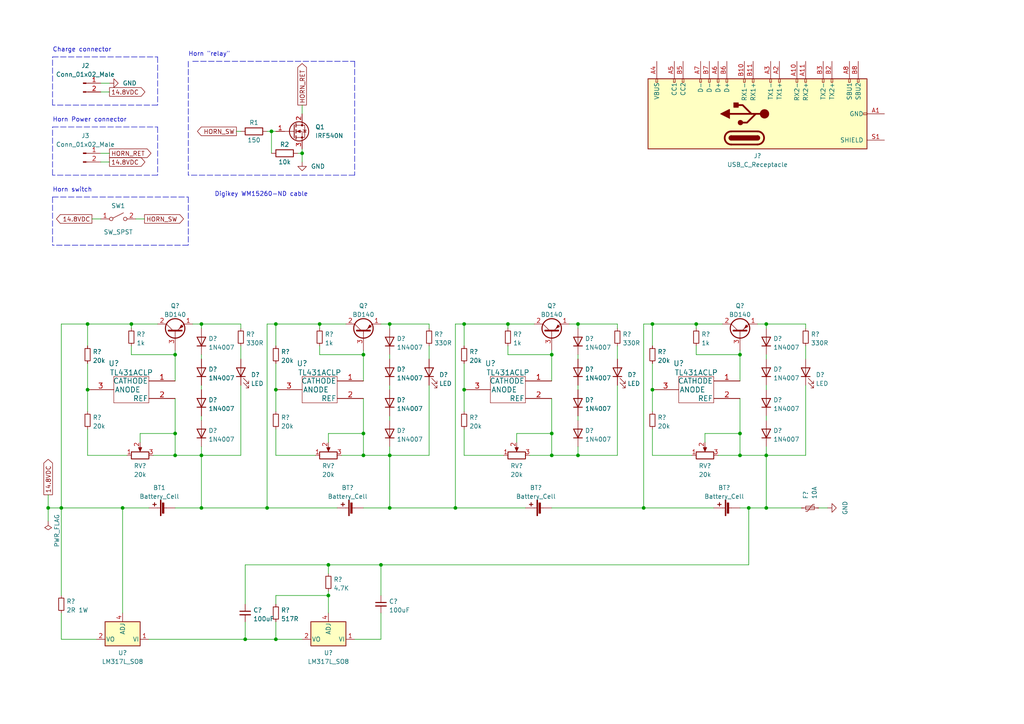
<source format=kicad_sch>
(kicad_sch (version 20211123) (generator eeschema)
  (paper "A4")
  (lib_symbols
    (symbol "Connector:Conn_01x02_Male" (pin_names (offset 1.016) hide)
      (property "Reference" "J" (at 0 2.54 0))
      (property "Value" "Conn_01x02_Male" (at 0 -5.08 0))
      (symbol "Conn_01x02_Male_1_1"
        (polyline (pts (xy 1.27 -2.54) (xy 0.8636 -2.54)) (stroke (width 0.1524)))
        (polyline (pts (xy 1.27 0) (xy 0.8636 0)) (stroke (width 0.1524)))
        (rectangle (start 0.8636 -2.413) (end 0 -2.667) (stroke (width 0.1524)) (fill (type outline)))
        (rectangle (start 0.8636 0.127) (end 0 -0.127) (stroke (width 0.1524)) (fill (type outline)))
        (pin passive line (at 5.08 0 180) (length 3.81) (name "Pin_1") (number "1"))
        (pin passive line (at 5.08 -2.54 180) (length 3.81) (name "Pin_2") (number "2"))
      )
    )
    (symbol "Connector:Conn_01x06_Female" (pin_names (offset 1.016) hide)
      (property "Reference" "J" (at 0 7.62 0))
      (property "Value" "Conn_01x06_Female" (at 0 -10.16 0))
      (symbol "Conn_01x06_Female_1_1"
        (arc (start 0 -7.112) (mid -0.508 -7.62) (end 0 -8.128) (stroke (width 0.1524)))
        (arc (start 0 -4.572) (mid -0.508 -5.08) (end 0 -5.588) (stroke (width 0.1524)))
        (arc (start 0 -2.032) (mid -0.508 -2.54) (end 0 -3.048) (stroke (width 0.1524)))
        (polyline (pts (xy -1.27 -7.62) (xy -0.508 -7.62)) (stroke (width 0.1524)))
        (polyline (pts (xy -1.27 -5.08) (xy -0.508 -5.08)) (stroke (width 0.1524)))
        (polyline (pts (xy -1.27 -2.54) (xy -0.508 -2.54)) (stroke (width 0.1524)))
        (polyline (pts (xy -1.27 0) (xy -0.508 0)) (stroke (width 0.1524)))
        (polyline (pts (xy -1.27 2.54) (xy -0.508 2.54)) (stroke (width 0.1524)))
        (polyline (pts (xy -1.27 5.08) (xy -0.508 5.08)) (stroke (width 0.1524)))
        (arc (start 0 0.508) (mid -0.508 0) (end 0 -0.508) (stroke (width 0.1524)))
        (arc (start 0 3.048) (mid -0.508 2.54) (end 0 2.032) (stroke (width 0.1524)))
        (arc (start 0 5.588) (mid -0.508 5.08) (end 0 4.572) (stroke (width 0.1524)))
        (pin passive line (at -5.08 5.08 0) (length 3.81) (name "Pin_1") (number "1"))
        (pin passive line (at -5.08 2.54 0) (length 3.81) (name "Pin_2") (number "2"))
        (pin passive line (at -5.08 0 0) (length 3.81) (name "Pin_3") (number "3"))
        (pin passive line (at -5.08 -2.54 0) (length 3.81) (name "Pin_4") (number "4"))
        (pin passive line (at -5.08 -5.08 0) (length 3.81) (name "Pin_5") (number "5"))
        (pin passive line (at -5.08 -7.62 0) (length 3.81) (name "Pin_6") (number "6"))
      )
    )
    (symbol "Connector:USB_C_Receptacle" (pin_names (offset 1.016))
      (property "Reference" "J" (at -10.16 29.21 0))
      (property "Value" "USB_C_Receptacle" (at 10.16 29.21 0))
      (symbol "USB_C_Receptacle_0_0"
        (rectangle (start -0.254 -35.56) (end 0.254 -34.544))
        (rectangle (start 10.16 -32.766) (end 9.144 -33.274))
        (rectangle (start 10.16 -30.226) (end 9.144 -30.734))
        (rectangle (start 10.16 -25.146) (end 9.144 -25.654))
        (rectangle (start 10.16 -22.606) (end 9.144 -23.114))
        (rectangle (start 10.16 -17.526) (end 9.144 -18.034))
        (rectangle (start 10.16 -14.986) (end 9.144 -15.494))
        (rectangle (start 10.16 -9.906) (end 9.144 -10.414))
        (rectangle (start 10.16 -7.366) (end 9.144 -7.874))
        (rectangle (start 10.16 -2.286) (end 9.144 -2.794))
        (rectangle (start 10.16 0.254) (end 9.144 -0.254))
        (rectangle (start 10.16 5.334) (end 9.144 4.826))
        (rectangle (start 10.16 7.874) (end 9.144 7.366))
        (rectangle (start 10.16 10.414) (end 9.144 9.906))
        (rectangle (start 10.16 12.954) (end 9.144 12.446))
        (rectangle (start 10.16 18.034) (end 9.144 17.526))
        (rectangle (start 10.16 20.574) (end 9.144 20.066))
        (rectangle (start 10.16 25.654) (end 9.144 25.146))
      )
      (symbol "USB_C_Receptacle_0_1"
        (rectangle (start -10.16 27.94) (end 10.16 -35.56) (stroke (width 0.254)) (fill (type background)))
        (arc (start -8.89 -3.81) (mid -6.985 -5.715) (end -5.08 -3.81) (stroke (width 0.508)))
        (arc (start -7.62 -3.81) (mid -6.985 -4.445) (end -6.35 -3.81) (stroke (width 0.254)))
        (arc (start -7.62 -3.81) (mid -6.985 -4.445) (end -6.35 -3.81) (stroke (width 0.254)) (fill (type outline)))
        (rectangle (start -7.62 -3.81) (end -6.35 3.81) (stroke (width 0.254)) (fill (type outline)))
        (arc (start -6.35 3.81) (mid -6.985 4.445) (end -7.62 3.81) (stroke (width 0.254)))
        (arc (start -6.35 3.81) (mid -6.985 4.445) (end -7.62 3.81) (stroke (width 0.254)) (fill (type outline)))
        (arc (start -5.08 3.81) (mid -6.985 5.715) (end -8.89 3.81) (stroke (width 0.508)))
        (polyline (pts (xy -8.89 -3.81) (xy -8.89 3.81)) (stroke (width 0.508)))
        (polyline (pts (xy -5.08 3.81) (xy -5.08 -3.81)) (stroke (width 0.508)))
      )
      (symbol "USB_C_Receptacle_1_1"
        (circle (center -2.54 1.143) (radius 0.635) (stroke (width 0.254)) (fill (type outline)))
        (circle (center 0 -5.842) (radius 1.27) (fill (type outline)))
        (polyline (pts (xy 0 -5.842) (xy 0 4.318)) (stroke (width 0.508)))
        (polyline (pts (xy 0 -3.302) (xy -2.54 -0.762) (xy -2.54 0.508)) (stroke (width 0.508)))
        (polyline (pts (xy 0 -2.032) (xy 2.54 0.508) (xy 2.54 1.778)) (stroke (width 0.508)))
        (polyline (pts (xy -1.27 4.318) (xy 0 6.858) (xy 1.27 4.318) (xy -1.27 4.318)) (stroke (width 0.254)) (fill (type outline)))
        (rectangle (start 1.905 1.778) (end 3.175 3.048) (stroke (width 0.254)) (fill (type outline)))
        (pin passive line (at 0 -40.64 90) (length 5.08) (name "GND") (number "A1"))
        (pin bidirectional line (at 15.24 -15.24 180) (length 5.08) (name "RX2-") (number "A10"))
        (pin bidirectional line (at 15.24 -17.78 180) (length 5.08) (name "RX2+") (number "A11"))
        (pin passive line (at 0 -40.64 90) (length 5.08) hide (name "GND") (number "A12"))
        (pin bidirectional line (at 15.24 -10.16 180) (length 5.08) (name "TX1+") (number "A2"))
        (pin bidirectional line (at 15.24 -7.62 180) (length 5.08) (name "TX1-") (number "A3"))
        (pin passive line (at 15.24 25.4 180) (length 5.08) (name "VBUS") (number "A4"))
        (pin bidirectional line (at 15.24 20.32 180) (length 5.08) (name "CC1") (number "A5"))
        (pin bidirectional line (at 15.24 7.62 180) (length 5.08) (name "D+") (number "A6"))
        (pin bidirectional line (at 15.24 12.7 180) (length 5.08) (name "D-") (number "A7"))
        (pin bidirectional line (at 15.24 -30.48 180) (length 5.08) (name "SBU1") (number "A8"))
        (pin passive line (at 15.24 25.4 180) (length 5.08) hide (name "VBUS") (number "A9"))
        (pin passive line (at 0 -40.64 90) (length 5.08) hide (name "GND") (number "B1"))
        (pin bidirectional line (at 15.24 0 180) (length 5.08) (name "RX1-") (number "B10"))
        (pin bidirectional line (at 15.24 -2.54 180) (length 5.08) (name "RX1+") (number "B11"))
        (pin passive line (at 0 -40.64 90) (length 5.08) hide (name "GND") (number "B12"))
        (pin bidirectional line (at 15.24 -25.4 180) (length 5.08) (name "TX2+") (number "B2"))
        (pin bidirectional line (at 15.24 -22.86 180) (length 5.08) (name "TX2-") (number "B3"))
        (pin passive line (at 15.24 25.4 180) (length 5.08) hide (name "VBUS") (number "B4"))
        (pin bidirectional line (at 15.24 17.78 180) (length 5.08) (name "CC2") (number "B5"))
        (pin bidirectional line (at 15.24 5.08 180) (length 5.08) (name "D+") (number "B6"))
        (pin bidirectional line (at 15.24 10.16 180) (length 5.08) (name "D-") (number "B7"))
        (pin bidirectional line (at 15.24 -33.02 180) (length 5.08) (name "SBU2") (number "B8"))
        (pin passive line (at 15.24 25.4 180) (length 5.08) hide (name "VBUS") (number "B9"))
        (pin passive line (at -7.62 -40.64 90) (length 5.08) (name "SHIELD") (number "S1"))
      )
    )
    (symbol "Device:Battery_Cell" (pin_numbers hide) (pin_names (offset 0) hide)
      (property "Reference" "BT" (at 2.54 2.54 0))
      (property "Value" "Battery_Cell" (at 2.54 0 0))
      (symbol "Battery_Cell_0_1"
        (rectangle (start -2.286 1.778) (end 2.286 1.524) (fill (type outline)))
        (rectangle (start -1.5748 1.1938) (end 1.4732 0.6858) (fill (type outline)))
        (polyline (pts (xy 0 0.762) (xy 0 0)))
        (polyline (pts (xy 0 1.778) (xy 0 2.54)))
        (polyline (pts (xy 0.508 3.429) (xy 1.524 3.429)) (stroke (width 0.254)))
        (polyline (pts (xy 1.016 3.937) (xy 1.016 2.921)) (stroke (width 0.254)))
      )
      (symbol "Battery_Cell_1_1"
        (pin passive line (at 0 5.08 270) (length 2.54) (name "+") (number "1"))
        (pin passive line (at 0 -2.54 90) (length 2.54) (name "-") (number "2"))
      )
    )
    (symbol "Device:C_Small" (pin_numbers hide) (pin_names (offset 0.254) hide)
      (property "Reference" "C" (at 0.254 1.778 0))
      (property "Value" "C_Small" (at 0.254 -2.032 0))
      (symbol "C_Small_0_1"
        (polyline (pts (xy -1.524 -0.508) (xy 1.524 -0.508)) (stroke (width 0.3302)))
        (polyline (pts (xy -1.524 0.508) (xy 1.524 0.508)) (stroke (width 0.3048)))
      )
      (symbol "C_Small_1_1"
        (pin passive line (at 0 2.54 270) (length 2.032) (name "~") (number "1"))
        (pin passive line (at 0 -2.54 90) (length 2.032) (name "~") (number "2"))
      )
    )
    (symbol "Device:LED" (pin_numbers hide) (pin_names (offset 1.016) hide)
      (property "Reference" "D" (at 0 2.54 0))
      (property "Value" "LED" (at 0 -2.54 0))
      (symbol "LED_0_1"
        (polyline (pts (xy -1.27 -1.27) (xy -1.27 1.27)) (stroke (width 0.254)))
        (polyline (pts (xy -1.27 0) (xy 1.27 0)))
        (polyline (pts (xy 1.27 -1.27) (xy 1.27 1.27) (xy -1.27 0) (xy 1.27 -1.27)) (stroke (width 0.254)))
        (polyline (pts (xy -3.048 -0.762) (xy -4.572 -2.286) (xy -3.81 -2.286) (xy -4.572 -2.286) (xy -4.572 -1.524)))
        (polyline (pts (xy -1.778 -0.762) (xy -3.302 -2.286) (xy -2.54 -2.286) (xy -3.302 -2.286) (xy -3.302 -1.524)))
      )
      (symbol "LED_1_1"
        (pin passive line (at -3.81 0 0) (length 2.54) (name "K") (number "1"))
        (pin passive line (at 3.81 0 180) (length 2.54) (name "A") (number "2"))
      )
    )
    (symbol "Device:Polyfuse_Small" (pin_numbers hide) (pin_names (offset 0))
      (property "Reference" "F" (at -1.905 0 90))
      (property "Value" "Polyfuse_Small" (at 1.905 0 90))
      (symbol "Polyfuse_Small_0_1"
        (rectangle (start -0.508 1.27) (end 0.508 -1.27))
        (polyline (pts (xy 0 2.54) (xy 0 -2.54)))
        (polyline (pts (xy -1.016 1.27) (xy -1.016 0.762) (xy 1.016 -0.762) (xy 1.016 -1.27)))
      )
      (symbol "Polyfuse_Small_1_1"
        (pin passive line (at 0 2.54 270) (length 0.635) (name "~") (number "1"))
        (pin passive line (at 0 -2.54 90) (length 0.635) (name "~") (number "2"))
      )
    )
    (symbol "Device:R" (pin_numbers hide) (pin_names (offset 0))
      (property "Reference" "R" (at 2.032 0 90))
      (property "Value" "R" (at 0 0 90))
      (symbol "R_0_1"
        (rectangle (start -1.016 -2.54) (end 1.016 2.54) (stroke (width 0.254)))
      )
      (symbol "R_1_1"
        (pin passive line (at 0 3.81 270) (length 1.27) (name "~") (number "1"))
        (pin passive line (at 0 -3.81 90) (length 1.27) (name "~") (number "2"))
      )
    )
    (symbol "Device:R_Potentiometer" (pin_names (offset 1.016) hide)
      (property "Reference" "RV" (at -4.445 0 90))
      (property "Value" "R_Potentiometer" (at -2.54 0 90))
      (symbol "R_Potentiometer_0_1"
        (polyline (pts (xy 2.54 0) (xy 1.524 0)))
        (polyline (pts (xy 1.143 0) (xy 2.286 0.508) (xy 2.286 -0.508) (xy 1.143 0)) (fill (type outline)))
        (rectangle (start 1.016 2.54) (end -1.016 -2.54) (stroke (width 0.254)))
      )
      (symbol "R_Potentiometer_1_1"
        (pin passive line (at 0 3.81 270) (length 1.27) (name "1") (number "1"))
        (pin passive line (at 3.81 0 180) (length 1.27) (name "2") (number "2"))
        (pin passive line (at 0 -3.81 90) (length 1.27) (name "3") (number "3"))
      )
    )
    (symbol "Device:R_Small" (pin_numbers hide) (pin_names (offset 0.254) hide)
      (property "Reference" "R" (at 0.762 0.508 0))
      (property "Value" "R_Small" (at 0.762 -1.016 0))
      (symbol "R_Small_0_1"
        (rectangle (start -0.762 1.778) (end 0.762 -1.778) (stroke (width 0.2032)))
      )
      (symbol "R_Small_1_1"
        (pin passive line (at 0 2.54 270) (length 0.762) (name "~") (number "1"))
        (pin passive line (at 0 -2.54 90) (length 0.762) (name "~") (number "2"))
      )
    )
    (symbol "Diode:1N4007" (pin_numbers hide) (pin_names (offset 1.016) hide)
      (property "Reference" "D" (at 0 2.54 0))
      (property "Value" "1N4007" (at 0 -2.54 0))
      (symbol "1N4007_0_1"
        (polyline (pts (xy -1.27 1.27) (xy -1.27 -1.27)) (stroke (width 0.254)))
        (polyline (pts (xy 1.27 0) (xy -1.27 0)))
        (polyline (pts (xy 1.27 1.27) (xy 1.27 -1.27) (xy -1.27 0) (xy 1.27 1.27)) (stroke (width 0.254)))
      )
      (symbol "1N4007_1_1"
        (pin passive line (at -3.81 0 0) (length 2.54) (name "K") (number "1"))
        (pin passive line (at 3.81 0 180) (length 2.54) (name "A") (number "2"))
      )
    )
    (symbol "Regulator_Linear:LM317L_SO8" (pin_names (offset 0.254))
      (property "Reference" "U" (at -3.81 3.175 0))
      (property "Value" "LM317L_SO8" (at 0 3.175 0))
      (symbol "LM317L_SO8_0_1"
        (rectangle (start -5.08 1.905) (end 5.08 -5.08) (stroke (width 0.254)) (fill (type background)))
      )
      (symbol "LM317L_SO8_1_1"
        (pin power_in line (at -7.62 0 0) (length 2.54) (name "VI") (number "1"))
        (pin power_out line (at 7.62 0 180) (length 2.54) (name "VO") (number "2"))
        (pin passive line (at 7.62 0 180) (length 2.54) hide (name "VO") (number "3"))
        (pin input line (at 0 -7.62 90) (length 2.54) (name "ADJ") (number "4"))
        (pin no_connect line (at -7.62 -2.54 0) (length 2.54) hide (name "NC") (number "5"))
        (pin passive line (at 7.62 0 180) (length 2.54) hide (name "VO") (number "6"))
        (pin passive line (at 7.62 0 180) (length 2.54) hide (name "VO") (number "7"))
        (pin no_connect line (at 7.62 -2.54 180) (length 2.54) hide (name "NC") (number "8"))
      )
    )
    (symbol "Switch:SW_SPST" (pin_names (offset 0) hide)
      (property "Reference" "SW" (at 0 3.175 0))
      (property "Value" "SW_SPST" (at 0 -2.54 0))
      (symbol "SW_SPST_0_0"
        (circle (center -2.032 0) (radius 0.508))
        (polyline (pts (xy -1.524 0.254) (xy 1.524 1.778)))
        (circle (center 2.032 0) (radius 0.508))
      )
      (symbol "SW_SPST_1_1"
        (pin passive line (at -5.08 0 0) (length 2.54) (name "A") (number "1"))
        (pin passive line (at 5.08 0 180) (length 2.54) (name "B") (number "2"))
      )
    )
    (symbol "TL431:TL431ACLP" (pin_names (offset 0.254))
      (property "Reference" "U?" (at 53.34 6.35 0))
      (property "Value" "TL431ACLP" (at 58.42 3.6942 0))
      (symbol "TL431ACLP_1_1"
        (polyline (pts (xy 53.34 -5.08) (xy 63.5 -5.08)) (stroke (width 0.127)))
        (polyline (pts (xy 53.34 2.54) (xy 53.34 -5.08)) (stroke (width 0.127)))
        (polyline (pts (xy 63.5 -5.08) (xy 63.5 2.54)) (stroke (width 0.127)))
        (polyline (pts (xy 63.5 2.54) (xy 53.34 2.54)) (stroke (width 0.127)))
        (pin input line (at 71.12 1.27 180) (length 7.62) (name "CATHODE") (number "1"))
        (pin input line (at 71.12 -3.81 180) (length 7.62) (name "REF") (number "2"))
        (pin input line (at 45.72 -1.27 0) (length 7.62) (name "ANODE") (number "3"))
      )
    )
    (symbol "Transistor_BJT:BD140" (pin_names (offset 0) hide)
      (property "Reference" "Q" (at 5.08 1.905 0))
      (property "Value" "BD140" (at 5.08 0 0))
      (symbol "BD140_0_1"
        (polyline (pts (xy 0 0) (xy 0.635 0)))
        (polyline (pts (xy 2.54 -2.54) (xy 0.635 -0.635)))
        (polyline (pts (xy 2.54 2.54) (xy 0.635 0.635)))
        (polyline (pts (xy 0.635 1.905) (xy 0.635 -1.905) (xy 0.635 -1.905)) (stroke (width 0.508)) (fill (type outline)))
        (polyline (pts (xy 1.778 -2.286) (xy 2.286 -1.778) (xy 1.27 -1.27) (xy 1.778 -2.286) (xy 1.778 -2.286)) (fill (type outline)))
        (circle (center 1.27 0) (radius 2.8194) (stroke (width 0.3048)))
      )
      (symbol "BD140_1_1"
        (pin passive line (at 2.54 -5.08 90) (length 2.54) (name "E") (number "1"))
        (pin passive line (at 2.54 5.08 270) (length 2.54) (name "C") (number "2"))
        (pin input line (at -5.08 0 0) (length 5.08) (name "B") (number "3"))
      )
    )
    (symbol "Transistor_FET:IRF540N" (pin_names hide)
      (property "Reference" "Q" (at 6.35 1.905 0))
      (property "Value" "IRF540N" (at 6.35 0 0))
      (symbol "IRF540N_0_1"
        (polyline (pts (xy 0.254 0) (xy -2.54 0)))
        (polyline (pts (xy 0.254 1.905) (xy 0.254 -1.905)) (stroke (width 0.254)))
        (polyline (pts (xy 0.762 -1.27) (xy 0.762 -2.286)) (stroke (width 0.254)))
        (polyline (pts (xy 0.762 0.508) (xy 0.762 -0.508)) (stroke (width 0.254)))
        (polyline (pts (xy 0.762 2.286) (xy 0.762 1.27)) (stroke (width 0.254)))
        (polyline (pts (xy 2.54 2.54) (xy 2.54 1.778)))
        (polyline (pts (xy 2.54 -2.54) (xy 2.54 0) (xy 0.762 0)))
        (polyline (pts (xy 0.762 -1.778) (xy 3.302 -1.778) (xy 3.302 1.778) (xy 0.762 1.778)))
        (polyline (pts (xy 1.016 0) (xy 2.032 0.381) (xy 2.032 -0.381) (xy 1.016 0)) (fill (type outline)))
        (polyline (pts (xy 2.794 0.508) (xy 2.921 0.381) (xy 3.683 0.381) (xy 3.81 0.254)))
        (polyline (pts (xy 3.302 0.381) (xy 2.921 -0.254) (xy 3.683 -0.254) (xy 3.302 0.381)))
        (circle (center 1.651 0) (radius 2.794) (stroke (width 0.254)))
        (circle (center 2.54 -1.778) (radius 0.254) (fill (type outline)))
        (circle (center 2.54 1.778) (radius 0.254) (fill (type outline)))
      )
      (symbol "IRF540N_1_1"
        (pin input line (at -5.08 0 0) (length 2.54) (name "G") (number "1"))
        (pin passive line (at 2.54 5.08 270) (length 2.54) (name "D") (number "2"))
        (pin passive line (at 2.54 -5.08 90) (length 2.54) (name "S") (number "3"))
      )
    )
    (symbol "power:GND" (power) (pin_names (offset 0))
      (property "Value" "GND" (at 0 -3.81 0))
      (symbol "GND_0_1"
        (polyline (pts (xy 0 0) (xy 0 -1.27) (xy 1.27 -1.27) (xy 0 -2.54) (xy -1.27 -1.27) (xy 0 -1.27)))
      )
      (symbol "GND_1_1"
        (pin power_in line (at 0 0 270) (length 0) hide (name "GND") (number "1"))
      )
    )
    (symbol "power:PWR_FLAG" (power) (pin_numbers hide) (pin_names (offset 0) hide)
      (property "Value" "PWR_FLAG" (at 0 3.81 0))
      (symbol "PWR_FLAG_0_0"
        (pin power_out line (at 0 0 90) (length 0) (name "pwr") (number "1"))
      )
      (symbol "PWR_FLAG_0_1"
        (polyline (pts (xy 0 0) (xy 0 1.27) (xy -1.016 1.905) (xy 0 2.54) (xy 1.016 1.905) (xy 0 1.27)))
      )
    )
  )
  (junction (at 134.62 93.98))
  (junction (at 58.42 93.98))
  (junction (at 160.02 132.08))
  (junction (at 105.41 125.73))
  (junction (at 113.03 147.32))
  (junction (at 201.93 93.98))
  (junction (at 80.01 93.98))
  (junction (at 105.41 102.87))
  (junction (at 167.64 93.98))
  (junction (at 189.23 113.03))
  (junction (at 189.23 93.98))
  (junction (at 13.97 147.32))
  (junction (at 25.4 113.03))
  (junction (at -53.975 62.865))
  (junction (at 167.64 132.08))
  (junction (at 105.41 132.08))
  (junction (at -64.135 62.865))
  (junction (at 113.03 93.98))
  (junction (at 160.02 125.73))
  (junction (at 50.8 125.73))
  (junction (at 80.01 113.03))
  (junction (at 38.1 93.98))
  (junction (at 77.47 147.32))
  (junction (at -84.455 62.865))
  (junction (at 160.02 102.87))
  (junction (at 217.17 147.32))
  (junction (at 58.42 147.32))
  (junction (at -74.295 62.865))
  (junction (at 222.25 93.98))
  (junction (at 95.25 163.83))
  (junction (at 214.63 132.08))
  (junction (at 35.56 147.32))
  (junction (at 80.01 185.42))
  (junction (at 214.63 102.87))
  (junction (at 87.63 44.45))
  (junction (at 222.25 147.32))
  (junction (at 25.4 93.98))
  (junction (at 95.25 172.72))
  (junction (at 50.8 132.08))
  (junction (at 71.12 185.42))
  (junction (at 186.69 147.32))
  (junction (at 58.42 132.08))
  (junction (at 132.08 147.32))
  (junction (at 50.8 102.87))
  (junction (at 222.25 132.08))
  (junction (at 214.63 125.73))
  (junction (at 134.62 113.03))
  (junction (at 113.03 132.08))
  (junction (at 110.49 163.83))
  (junction (at 92.71 93.98))
  (junction (at 147.32 93.98))
  (junction (at 78.74 38.1))
  (junction (at 17.78 147.32))
  (no_connect (at 340.36 59.69))
  (wire (pts (xy 95.25 125.73) (xy 105.41 125.73)))
  (wire (pts (xy 35.56 147.32) (xy 17.78 147.32)))
  (wire (pts (xy 186.69 147.32) (xy 207.01 147.32)))
  (wire (pts (xy 233.68 100.33) (xy 233.68 104.14)))
  (wire (pts (xy 160.02 132.08) (xy 153.67 132.08)))
  (wire (pts (xy 58.42 93.98) (xy 69.85 93.98)))
  (wire (pts (xy 40.64 125.73) (xy 50.8 125.73)))
  (wire (pts (xy 110.49 185.42) (xy 110.49 177.8)))
  (wire (pts (xy 35.56 147.32) (xy 35.56 177.8)))
  (wire (pts (xy 160.02 147.32) (xy 186.69 147.32)))
  (wire (pts (xy 95.25 172.72) (xy 95.25 177.8)))
  (wire (pts (xy 29.21 44.45) (xy 31.75 44.45)))
  (polyline (pts (xy 54.61 71.12) (xy 15.24 71.12)))
  (polyline (pts (xy 45.72 30.48) (xy 15.24 30.48)))
  (wire (pts (xy 134.62 105.41) (xy 134.62 113.03)))
  (wire (pts (xy 13.97 143.51) (xy 13.97 147.32)))
  (wire (pts (xy 77.47 93.98) (xy 77.47 147.32)))
  (wire (pts (xy 237.49 147.32) (xy 240.03 147.32)))
  (wire (pts (xy 124.46 93.98) (xy 124.46 95.25)))
  (wire (pts (xy 124.46 132.08) (xy 113.03 132.08)))
  (wire (pts (xy 105.41 132.08) (xy 113.03 132.08)))
  (wire (pts (xy 189.23 100.33) (xy 189.23 93.98)))
  (wire (pts (xy 167.64 93.98) (xy 179.07 93.98)))
  (wire (pts (xy 13.97 147.32) (xy 13.97 151.13)))
  (polyline (pts (xy 351.79 64.77) (xy 321.31 64.77)))
  (wire (pts (xy 110.49 163.83) (xy 95.25 163.83)))
  (wire (pts (xy 160.02 115.57) (xy 160.02 125.73)))
  (wire (pts (xy 167.64 132.08) (xy 167.64 129.54)))
  (wire (pts (xy 80.01 105.41) (xy 80.01 113.03)))
  (polyline (pts (xy 15.24 16.51) (xy 45.72 16.51)))
  (wire (pts (xy 95.25 128.27) (xy 95.25 125.73)))
  (wire (pts (xy 113.03 111.76) (xy 113.03 113.03)))
  (polyline (pts (xy 321.31 43.18) (xy 321.31 64.77)))
  (wire (pts (xy -84.455 62.865) (xy -83.185 62.865)))
  (wire (pts (xy 58.42 102.87) (xy 58.42 104.14)))
  (wire (pts (xy 58.42 111.76) (xy 58.42 113.03)))
  (wire (pts (xy 80.01 93.98) (xy 92.71 93.98)))
  (wire (pts (xy 110.49 163.83) (xy 217.17 163.83)))
  (wire (pts (xy 113.03 102.87) (xy 113.03 104.14)))
  (wire (pts (xy 179.07 100.33) (xy 179.07 104.14)))
  (wire (pts (xy 134.62 124.46) (xy 134.62 132.08)))
  (wire (pts (xy 179.07 132.08) (xy 167.64 132.08)))
  (wire (pts (xy 17.78 147.32) (xy 17.78 93.98)))
  (wire (pts (xy 201.93 95.25) (xy 201.93 93.98)))
  (wire (pts (xy -74.295 62.865) (xy -73.025 62.865)))
  (wire (pts (xy 80.01 132.08) (xy 91.44 132.08)))
  (wire (pts (xy 43.18 185.42) (xy 71.12 185.42)))
  (wire (pts (xy 167.64 93.98) (xy 167.64 95.25)))
  (wire (pts (xy 147.32 95.25) (xy 147.32 93.98)))
  (polyline (pts (xy 102.87 17.78) (xy 102.87 50.8)))
  (wire (pts (xy -55.245 62.865) (xy -53.975 62.865)))
  (wire (pts (xy 50.8 147.32) (xy 58.42 147.32)))
  (wire (pts (xy 17.78 147.32) (xy 17.78 172.72)))
  (wire (pts (xy -53.975 69.215) (xy -53.975 62.865)))
  (wire (pts (xy 222.25 132.08) (xy 222.25 129.54)))
  (wire (pts (xy 69.85 132.08) (xy 58.42 132.08)))
  (wire (pts (xy 26.67 63.5) (xy 29.21 63.5)))
  (wire (pts (xy 124.46 111.76) (xy 124.46 132.08)))
  (wire (pts (xy 134.62 93.98) (xy 147.32 93.98)))
  (wire (pts (xy 222.25 147.32) (xy 222.25 132.08)))
  (wire (pts (xy 80.01 100.33) (xy 80.01 93.98)))
  (wire (pts (xy 113.03 132.08) (xy 113.03 129.54)))
  (wire (pts (xy 113.03 93.98) (xy 113.03 95.25)))
  (wire (pts (xy -74.295 69.215) (xy -74.295 62.865)))
  (wire (pts (xy 201.93 100.33) (xy 201.93 102.87)))
  (wire (pts (xy 71.12 185.42) (xy 80.01 185.42)))
  (wire (pts (xy 50.8 125.73) (xy 50.8 132.08)))
  (wire (pts (xy 50.8 115.57) (xy 50.8 125.73)))
  (wire (pts (xy 50.8 101.6) (xy 50.8 102.87)))
  (wire (pts (xy 87.63 43.18) (xy 87.63 44.45)))
  (wire (pts (xy 204.47 125.73) (xy 214.63 125.73)))
  (wire (pts (xy 58.42 147.32) (xy 58.42 132.08)))
  (wire (pts (xy 13.97 147.32) (xy 17.78 147.32)))
  (wire (pts (xy 27.94 185.42) (xy 17.78 185.42)))
  (wire (pts (xy 105.41 102.87) (xy 105.41 110.49)))
  (polyline (pts (xy 351.79 43.18) (xy 351.79 64.77)))
  (polyline (pts (xy 54.61 57.15) (xy 54.61 71.12)))
  (wire (pts (xy 134.62 93.98) (xy 132.08 93.98)))
  (polyline (pts (xy 15.24 57.15) (xy 54.61 57.15)))
  (wire (pts (xy 217.17 163.83) (xy 217.17 147.32)))
  (wire (pts (xy 29.21 46.99) (xy 31.75 46.99)))
  (wire (pts (xy 134.62 100.33) (xy 134.62 93.98)))
  (wire (pts (xy 124.46 100.33) (xy 124.46 104.14)))
  (wire (pts (xy 336.55 49.53) (xy 340.36 49.53)))
  (wire (pts (xy 149.86 128.27) (xy 149.86 125.73)))
  (wire (pts (xy 201.93 93.98) (xy 209.55 93.98)))
  (wire (pts (xy 87.63 44.45) (xy 87.63 46.99)))
  (wire (pts (xy 39.37 63.5) (xy 41.91 63.5)))
  (wire (pts (xy 110.49 172.72) (xy 110.49 163.83)))
  (wire (pts (xy 201.93 102.87) (xy 214.63 102.87)))
  (wire (pts (xy 167.64 111.76) (xy 167.64 113.03)))
  (polyline (pts (xy 55.88 17.78) (xy 102.87 17.78)))
  (polyline (pts (xy 15.24 50.8) (xy 15.24 36.83)))
  (polyline (pts (xy 15.24 57.15) (xy 15.24 71.12)))
  (polyline (pts (xy 15.24 36.83) (xy 45.72 36.83)))
  (wire (pts (xy 80.01 175.26) (xy 80.01 172.72)))
  (wire (pts (xy 95.25 171.45) (xy 95.25 172.72)))
  (wire (pts (xy 50.8 132.08) (xy 44.45 132.08)))
  (wire (pts (xy 336.55 52.07) (xy 340.36 52.07)))
  (wire (pts (xy 92.71 93.98) (xy 100.33 93.98)))
  (wire (pts (xy 80.01 93.98) (xy 77.47 93.98)))
  (wire (pts (xy 222.25 120.65) (xy 222.25 121.92)))
  (wire (pts (xy 105.41 147.32) (xy 113.03 147.32)))
  (wire (pts (xy -65.405 62.865) (xy -64.135 62.865)))
  (wire (pts (xy 38.1 93.98) (xy 45.72 93.98)))
  (wire (pts (xy 189.23 93.98) (xy 186.69 93.98)))
  (wire (pts (xy 105.41 115.57) (xy 105.41 125.73)))
  (wire (pts (xy 204.47 128.27) (xy 204.47 125.73)))
  (wire (pts (xy 189.23 124.46) (xy 189.23 132.08)))
  (wire (pts (xy 113.03 120.65) (xy 113.03 121.92)))
  (wire (pts (xy 58.42 93.98) (xy 58.42 95.25)))
  (wire (pts (xy 69.85 100.33) (xy 69.85 104.14)))
  (wire (pts (xy 222.25 102.87) (xy 222.25 104.14)))
  (polyline (pts (xy 321.31 43.18) (xy 351.79 43.18)))
  (wire (pts (xy 69.85 111.76) (xy 69.85 132.08)))
  (wire (pts (xy 77.47 147.32) (xy 97.79 147.32)))
  (wire (pts (xy 165.1 93.98) (xy 167.64 93.98)))
  (wire (pts (xy 110.49 93.98) (xy 113.03 93.98)))
  (wire (pts (xy 50.8 102.87) (xy 50.8 110.49)))
  (wire (pts (xy 69.85 93.98) (xy 69.85 95.25)))
  (wire (pts (xy 160.02 125.73) (xy 160.02 132.08)))
  (wire (pts (xy 186.69 93.98) (xy 186.69 147.32)))
  (wire (pts (xy 214.63 102.87) (xy 214.63 110.49)))
  (wire (pts (xy 167.64 102.87) (xy 167.64 104.14)))
  (wire (pts (xy 336.55 57.15) (xy 340.36 57.15)))
  (wire (pts (xy -88.265 62.865) (xy -84.455 62.865)))
  (wire (pts (xy 25.4 124.46) (xy 25.4 132.08)))
  (wire (pts (xy 134.62 132.08) (xy 146.05 132.08)))
  (wire (pts (xy 214.63 101.6) (xy 214.63 102.87)))
  (wire (pts (xy 147.32 102.87) (xy 160.02 102.87)))
  (wire (pts (xy 80.01 172.72) (xy 95.25 172.72)))
  (wire (pts (xy 29.21 24.13) (xy 31.75 24.13)))
  (wire (pts (xy 78.74 38.1) (xy 78.74 44.45)))
  (polyline (pts (xy 102.87 50.8) (xy 54.61 50.8)))
  (wire (pts (xy 38.1 102.87) (xy 50.8 102.87)))
  (wire (pts (xy -37.465 62.865) (xy -34.925 62.865)))
  (polyline (pts (xy 45.72 16.51) (xy 45.72 30.48)))
  (wire (pts (xy 233.68 111.76) (xy 233.68 132.08)))
  (wire (pts (xy 113.03 93.98) (xy 124.46 93.98)))
  (wire (pts (xy 92.71 95.25) (xy 92.71 93.98)))
  (wire (pts (xy 77.47 38.1) (xy 78.74 38.1)))
  (wire (pts (xy 134.62 113.03) (xy 134.62 119.38)))
  (wire (pts (xy 55.88 93.98) (xy 58.42 93.98)))
  (wire (pts (xy 17.78 185.42) (xy 17.78 177.8)))
  (wire (pts (xy 17.78 93.98) (xy 25.4 93.98)))
  (wire (pts (xy 214.63 147.32) (xy 217.17 147.32)))
  (wire (pts (xy 38.1 100.33) (xy 38.1 102.87)))
  (wire (pts (xy 160.02 102.87) (xy 160.02 110.49)))
  (polyline (pts (xy 15.24 30.48) (xy 15.24 16.51)))
  (wire (pts (xy 222.25 147.32) (xy 232.41 147.32)))
  (wire (pts (xy 217.17 147.32) (xy 222.25 147.32)))
  (wire (pts (xy 25.4 100.33) (xy 25.4 93.98)))
  (wire (pts (xy 233.68 132.08) (xy 222.25 132.08)))
  (wire (pts (xy 80.01 180.34) (xy 80.01 185.42)))
  (wire (pts (xy 87.63 30.48) (xy 87.63 33.02)))
  (wire (pts (xy 80.01 185.42) (xy 87.63 185.42)))
  (wire (pts (xy 189.23 105.41) (xy 189.23 113.03)))
  (wire (pts (xy 214.63 115.57) (xy 214.63 125.73)))
  (wire (pts (xy 105.41 125.73) (xy 105.41 132.08)))
  (wire (pts (xy 149.86 125.73) (xy 160.02 125.73)))
  (wire (pts (xy 105.41 132.08) (xy 99.06 132.08)))
  (wire (pts (xy -45.085 62.865) (xy -42.545 62.865)))
  (wire (pts (xy 50.8 132.08) (xy 58.42 132.08)))
  (wire (pts (xy 58.42 147.32) (xy 77.47 147.32)))
  (wire (pts (xy 58.42 120.65) (xy 58.42 121.92)))
  (wire (pts (xy 233.68 93.98) (xy 233.68 95.25)))
  (wire (pts (xy -64.135 62.865) (xy -62.865 62.865)))
  (wire (pts (xy 71.12 163.83) (xy 95.25 163.83)))
  (wire (pts (xy 214.63 132.08) (xy 222.25 132.08)))
  (wire (pts (xy 167.64 120.65) (xy 167.64 121.92)))
  (wire (pts (xy 189.23 93.98) (xy 201.93 93.98)))
  (wire (pts (xy 80.01 113.03) (xy 80.01 119.38)))
  (wire (pts (xy 222.25 93.98) (xy 233.68 93.98)))
  (polyline (pts (xy 45.72 50.8) (xy 15.24 50.8)))
  (wire (pts (xy 71.12 180.34) (xy 71.12 185.42)))
  (polyline (pts (xy 45.72 36.83) (xy 45.72 50.8)))
  (wire (pts (xy -64.135 69.215) (xy -64.135 62.865)))
  (polyline (pts (xy 54.61 17.78) (xy 54.61 50.8)))
  (wire (pts (xy 43.18 147.32) (xy 35.56 147.32)))
  (wire (pts (xy 25.4 93.98) (xy 38.1 93.98)))
  (wire (pts (xy 147.32 100.33) (xy 147.32 102.87)))
  (wire (pts (xy 222.25 93.98) (xy 222.25 95.25)))
  (wire (pts (xy -75.565 62.865) (xy -74.295 62.865)))
  (wire (pts (xy 92.71 100.33) (xy 92.71 102.87)))
  (wire (pts (xy -53.975 62.865) (xy -52.705 62.865)))
  (wire (pts (xy 25.4 105.41) (xy 25.4 113.03)))
  (wire (pts (xy 336.55 54.61) (xy 340.36 54.61)))
  (wire (pts (xy 179.07 111.76) (xy 179.07 132.08)))
  (wire (pts (xy 336.55 46.99) (xy 340.36 46.99)))
  (wire (pts (xy 25.4 132.08) (xy 36.83 132.08)))
  (wire (pts (xy 132.08 93.98) (xy 132.08 147.32)))
  (wire (pts (xy 38.1 95.25) (xy 38.1 93.98)))
  (wire (pts (xy 214.63 125.73) (xy 214.63 132.08)))
  (wire (pts (xy 80.01 124.46) (xy 80.01 132.08)))
  (wire (pts (xy 92.71 102.87) (xy 105.41 102.87)))
  (wire (pts (xy 222.25 111.76) (xy 222.25 113.03)))
  (wire (pts (xy -84.455 69.215) (xy -84.455 62.865)))
  (wire (pts (xy 71.12 175.26) (xy 71.12 163.83)))
  (wire (pts (xy 29.21 26.67) (xy 31.75 26.67)))
  (wire (pts (xy 113.03 147.32) (xy 113.03 132.08)))
  (wire (pts (xy 219.71 93.98) (xy 222.25 93.98)))
  (wire (pts (xy 160.02 132.08) (xy 167.64 132.08)))
  (wire (pts (xy 68.58 38.1) (xy 69.85 38.1)))
  (wire (pts (xy 214.63 132.08) (xy 208.28 132.08)))
  (wire (pts (xy 160.02 101.6) (xy 160.02 102.87)))
  (wire (pts (xy 189.23 113.03) (xy 189.23 119.38)))
  (wire (pts (xy 40.64 128.27) (xy 40.64 125.73)))
  (wire (pts (xy 113.03 147.32) (xy 132.08 147.32)))
  (wire (pts (xy 189.23 132.08) (xy 200.66 132.08)))
  (wire (pts (xy 105.41 101.6) (xy 105.41 102.87)))
  (wire (pts (xy 58.42 132.08) (xy 58.42 129.54)))
  (wire (pts (xy 132.08 147.32) (xy 152.4 147.32)))
  (wire (pts (xy 102.87 185.42) (xy 110.49 185.42)))
  (wire (pts (xy 78.74 38.1) (xy 80.01 38.1)))
  (wire (pts (xy 179.07 93.98) (xy 179.07 95.25)))
  (wire (pts (xy 147.32 93.98) (xy 154.94 93.98)))
  (wire (pts (xy 86.36 44.45) (xy 87.63 44.45)))
  (wire (pts (xy 95.25 163.83) (xy 95.25 166.37)))
  (wire (pts (xy 25.4 113.03) (xy 25.4 119.38)))
  (text "Horn switch" (at 15.24 55.88 0) (effects (font (size 1.27 1.27)) (justify left bottom)))
  (text "Horn Power connector" (at 15.24 35.56 0) (effects (font (size 1.27 1.27)) (justify left bottom)))
  (text "Balance connector (JST-XH)" (at 321.31 41.91 0) (effects (font (size 1.27 1.27)) (justify left bottom)))
  (text "Digikey WM15260-ND cable" (at 62.23 57.15 0) (effects (font (size 1.27 1.27)) (justify left bottom)))
  (text "Charge connector" (at 15.24 15.24 0) (effects (font (size 1.27 1.27)) (justify left bottom)))
  (text "Horn \"relay\"" (at 54.61 16.51 0) (effects (font (size 1.27 1.27)) (justify left bottom)))
  (label "7.4VDC" (at -64.135 69.215 90) (effects (font (size 1 1))))
  (label "14.8VDC" (at -86.995 62.865 90))
  (label "11.1VDC" (at -74.295 69.215 90) (effects (font (size 1 1))))
  (global_label "11.1VDC" (shape output) (at 336.55 54.61 180) (property "Intersheet References" "${INTERSHEET_REFS}" (effects hide)))
  (global_label "HORN_SW" (shape output) (at 41.91 63.5 0) (property "Intersheet References" "${INTERSHEET_REFS}" (effects hide)))
  (global_label "14.8VDC" (shape output) (at 336.55 57.15 180) (property "Intersheet References" "${INTERSHEET_REFS}" (effects hide)))
  (global_label "14.8VDC" (shape output) (at 31.75 26.67 0) (property "Intersheet References" "${INTERSHEET_REFS}" (effects hide)))
  (global_label "14.8VDC" (shape output) (at 31.75 46.99 0) (property "Intersheet References" "${INTERSHEET_REFS}" (effects hide)))
  (global_label "HORN_RET" (shape output) (at 31.75 44.45 0) (property "Intersheet References" "${INTERSHEET_REFS}" (effects hide)))
  (global_label "HORN_RET" (shape output) (at 87.63 30.48 90) (property "Intersheet References" "${INTERSHEET_REFS}" (effects hide)))
  (global_label "HORN_SW" (shape output) (at 68.58 38.1 180) (property "Intersheet References" "${INTERSHEET_REFS}" (effects hide)))
  (global_label "11.1VDC" (shape output) (at -74.295 69.215 270) (property "Intersheet References" "${INTERSHEET_REFS}" (effects hide)))
  (global_label "14.8VDC" (shape output) (at 26.67 63.5 180) (property "Intersheet References" "${INTERSHEET_REFS}" (effects hide)))
  (global_label "7.4VDC" (shape output) (at 336.55 52.07 180) (property "Intersheet References" "${INTERSHEET_REFS}" (effects hide)))
  (global_label "7.4VDC" (shape output) (at -64.135 69.215 270) (property "Intersheet References" "${INTERSHEET_REFS}" (effects hide)))
  (global_label "14.8VDC" (shape output) (at -84.455 69.215 270) (property "Intersheet References" "${INTERSHEET_REFS}" (effects hide)))
  (global_label "3.7VDC" (shape output) (at -53.975 69.215 270) (property "Intersheet References" "${INTERSHEET_REFS}" (effects hide)))
  (global_label "14.8VDC" (shape output) (at 13.97 143.51 90) (property "Intersheet References" "${INTERSHEET_REFS}" (effects hide)))
  (global_label "3.7VDC" (shape output) (at 336.55 49.53 180) (property "Intersheet References" "${INTERSHEET_REFS}" (effects hide)))
  (symbol (lib_id "Device:Battery_Cell") (at -78.105 62.865 90) (unit 1)
    (property "Reference" "BT?" (at -81.4071 59.055 0) (effects (justify left)))
    (property "Value" "Battery_Cell" (at -78.8671 59.055 0) (effects (justify left)))
    (property "Footprint" "Battery:BatteryHolder_Keystone_1042_1x18650" (effects hide))
  )
  (symbol (lib_id "Device:R_Small") (at 69.85 97.79 0) (unit 1)
    (property "Reference" "R?" (at 71.3486 96.9553 0) (effects (justify left)))
    (property "Value" "330R" (at 71.3486 99.4922 0) (effects (justify left)))
  )
  (symbol (lib_id "Device:R_Small") (at 134.62 121.92 0) (unit 1)
    (property "Reference" "R?" (at 136.1186 121.0853 0) (effects (justify left)))
    (property "Value" "20k" (at 136.1186 123.6222 0) (effects (justify left)))
  )
  (symbol (lib_id "Device:R_Small") (at 201.93 97.79 0) (unit 1)
    (property "Reference" "R?" (at 203.4286 96.9553 0) (effects (justify left)))
    (property "Value" "1k" (at 203.4286 99.4922 0) (effects (justify left)))
  )
  (symbol (lib_id "Device:R_Small") (at 17.78 175.26 0) (unit 1)
    (property "Reference" "R?" (at 19.2786 174.4253 0) (effects (justify left)))
    (property "Value" "2R 1W" (at 19.2786 176.9622 0) (effects (justify left)))
  )
  (symbol (lib_id "Device:R") (at 82.55 44.45 90) (unit 1)
    (property "Reference" "R2" (at 82.55 41.91 90))
    (property "Value" "10k" (at 82.55 46.99 90))
    (property "Footprint" "Resistor_THT:R_Axial_DIN0204_L3.6mm_D1.6mm_P2.54mm_Vertical" (effects hide))
  )
  (symbol (lib_id "power:PWR_FLAG") (at 13.97 151.13 180) (unit 1)
    (property "Reference" "#FLG?" (effects hide))
    (property "Value" "PWR_FLAG" (at 16.51 158.75 90) (effects (justify right)))
  )
  (symbol (lib_id "Device:R_Small") (at 179.07 97.79 0) (unit 1)
    (property "Reference" "R?" (at 180.5686 96.9553 0) (effects (justify left)))
    (property "Value" "330R" (at 180.5686 99.4922 0) (effects (justify left)))
  )
  (symbol (lib_id "Diode:1N4007") (at 58.42 99.06 90) (unit 1)
    (property "Reference" "D?" (at 60.452 98.2253 90) (effects (justify right)))
    (property "Value" "1N4007" (at 60.452 100.7622 90) (effects (justify right)))
    (property "Footprint" "Diode_THT:D_DO-41_SOD81_P10.16mm_Horizontal" (effects hide))
    (property "Datasheet" "http://www.vishay.com/docs/88503/1n4001.pdf" (effects hide))
  )
  (symbol (lib_id "Device:R_Small") (at 189.23 121.92 0) (unit 1)
    (property "Reference" "R?" (at 190.7286 121.0853 0) (effects (justify left)))
    (property "Value" "20k" (at 190.7286 123.6222 0) (effects (justify left)))
  )
  (symbol (lib_id "TL431:TL431ACLP") (at -20.32 111.76 0) (unit 1)
    (property "Reference" "U?" (at 33.02 105.41 0) (effects (font (size 1.524 1.524))))
    (property "Value" "TL431ACLP" (at 38.1 108.0658 0) (effects (font (size 1.524 1.524))))
    (property "Footprint" "LP3" (effects hide))
  )
  (symbol (lib_id "Device:R") (at 73.66 38.1 90) (unit 1)
    (property "Reference" "R1" (at 73.66 35.56 90))
    (property "Value" "150" (at 73.66 40.64 90))
    (property "Footprint" "Resistor_THT:R_Axial_DIN0204_L3.6mm_D1.6mm_P2.54mm_Vertical" (effects hide))
  )
  (symbol (lib_id "Device:Battery_Cell") (at -57.785 62.865 90) (unit 1)
    (property "Reference" "BT3" (at -61.0871 59.055 0) (effects (justify left)))
    (property "Value" "Battery_Cell" (at -58.5471 59.055 0) (effects (justify left)))
    (property "Footprint" "Battery:BatteryHolder_Keystone_1042_1x18650" (effects hide))
  )
  (symbol (lib_id "Device:R_Potentiometer") (at 149.86 132.08 90) (unit 1)
    (property "Reference" "RV?" (at 149.86 135.1264 90))
    (property "Value" "20k" (at 149.86 137.6633 90))
  )
  (symbol (lib_id "TL431:TL431ACLP") (at 88.9 111.76 0) (unit 1)
    (property "Reference" "U?" (at 142.24 105.41 0) (effects (font (size 1.524 1.524))))
    (property "Value" "TL431ACLP" (at 147.32 108.0658 0) (effects (font (size 1.524 1.524))))
    (property "Footprint" "LP3" (effects hide))
  )
  (symbol (lib_id "power:PWR_FLAG") (at -88.265 62.865 90) (unit 1)
    (property "Reference" "#FLG0101" (effects hide))
    (property "Value" "PWR_FLAG" (at -93.345 62.865 0))
  )
  (symbol (lib_id "Diode:1N4007") (at 222.25 99.06 90) (unit 1)
    (property "Reference" "D?" (at 224.282 98.2253 90) (effects (justify right)))
    (property "Value" "1N4007" (at 224.282 100.7622 90) (effects (justify right)))
    (property "Footprint" "Diode_THT:D_DO-41_SOD81_P10.16mm_Horizontal" (effects hide))
    (property "Datasheet" "http://www.vishay.com/docs/88503/1n4001.pdf" (effects hide))
  )
  (symbol (lib_id "power:GND") (at 31.75 24.13 90) (unit 1)
    (property "Reference" "#PWR0104" (effects hide))
    (property "Value" "GND" (at 35.56 24.1299 90) (effects (justify right)))
  )
  (symbol (lib_id "Diode:1N4007") (at 58.42 107.95 90) (unit 1)
    (property "Reference" "D?" (at 60.452 107.1153 90) (effects (justify right)))
    (property "Value" "1N4007" (at 60.452 109.6522 90) (effects (justify right)))
    (property "Footprint" "Diode_THT:D_DO-41_SOD81_P10.16mm_Horizontal" (effects hide))
    (property "Datasheet" "http://www.vishay.com/docs/88503/1n4001.pdf" (effects hide))
  )
  (symbol (lib_id "Device:R_Small") (at 95.25 168.91 0) (unit 1)
    (property "Reference" "R?" (at 96.7486 168.0753 0) (effects (justify left)))
    (property "Value" "4.7K" (at 96.7486 170.6122 0) (effects (justify left)))
  )
  (symbol (lib_id "Diode:1N4007") (at 113.03 99.06 90) (unit 1)
    (property "Reference" "D?" (at 115.062 98.2253 90) (effects (justify right)))
    (property "Value" "1N4007" (at 115.062 100.7622 90) (effects (justify right)))
    (property "Footprint" "Diode_THT:D_DO-41_SOD81_P10.16mm_Horizontal" (effects hide))
    (property "Datasheet" "http://www.vishay.com/docs/88503/1n4001.pdf" (effects hide))
  )
  (symbol (lib_id "Device:R_Small") (at 92.71 97.79 0) (unit 1)
    (property "Reference" "R?" (at 94.2086 96.9553 0) (effects (justify left)))
    (property "Value" "1k" (at 94.2086 99.4922 0) (effects (justify left)))
  )
  (symbol (lib_id "Diode:1N4007") (at 58.42 125.73 90) (unit 1)
    (property "Reference" "D?" (at 60.452 124.8953 90) (effects (justify right)))
    (property "Value" "1N4007" (at 60.452 127.4322 90) (effects (justify right)))
    (property "Footprint" "Diode_THT:D_DO-41_SOD81_P10.16mm_Horizontal" (effects hide))
    (property "Datasheet" "http://www.vishay.com/docs/88503/1n4001.pdf" (effects hide))
  )
  (symbol (lib_id "Switch:SW_SPST") (at 34.29 63.5 0) (unit 1)
    (property "Reference" "SW1" (at 34.29 59.69 0))
    (property "Value" "SW_SPST" (at 34.29 67.31 0))
    (property "Footprint" "Connector_PinHeader_2.54mm:PinHeader_1x02_P2.54mm_Vertical" (effects hide))
  )
  (symbol (lib_id "Device:R_Potentiometer") (at 204.47 132.08 90) (unit 1)
    (property "Reference" "RV?" (at 204.47 135.1264 90))
    (property "Value" "20k" (at 204.47 137.6633 90))
  )
  (symbol (lib_id "Transistor_BJT:BD140") (at 50.8 96.52 90) (unit 1)
    (property "Reference" "Q?" (at 50.8 88.7054 90))
    (property "Value" "BD140" (at 50.8 91.2423 90))
    (property "Footprint" "Package_TO_SOT_THT:TO-126-3_Vertical" (effects hide))
    (property "Datasheet" "http://www.st.com/internet/com/TECHNICAL_RESOURCES/TECHNICAL_LITERATURE/DATASHEET/CD00001225.pdf" (effects hide))
  )
  (symbol (lib_id "Device:Battery_Cell") (at 48.26 147.32 90) (unit 1)
    (property "Reference" "BT1" (at 46.228 141.4612 90))
    (property "Value" "Battery_Cell" (at 46.228 143.9981 90))
    (property "Footprint" "Battery:BatteryHolder_Keystone_1042_1x18650" (effects hide))
  )
  (symbol (lib_id "Diode:1N4007") (at 222.25 125.73 90) (unit 1)
    (property "Reference" "D?" (at 224.282 124.8953 90) (effects (justify right)))
    (property "Value" "1N4007" (at 224.282 127.4322 90) (effects (justify right)))
    (property "Footprint" "Diode_THT:D_DO-41_SOD81_P10.16mm_Horizontal" (effects hide))
    (property "Datasheet" "http://www.vishay.com/docs/88503/1n4001.pdf" (effects hide))
  )
  (symbol (lib_id "Device:R_Small") (at 189.23 102.87 0) (unit 1)
    (property "Reference" "R?" (at 190.7286 102.0353 0) (effects (justify left)))
    (property "Value" "20k" (at 190.7286 104.5722 0) (effects (justify left)))
  )
  (symbol (lib_id "power:GND") (at -34.925 62.865 90) (unit 1)
    (property "Reference" "#PWR0101" (effects hide))
    (property "Value" "GND" (at -29.845 62.865 0))
  )
  (symbol (lib_id "Device:LED") (at 179.07 107.95 90) (unit 1)
    (property "Reference" "D?" (at 181.991 108.7028 90) (effects (justify right)))
    (property "Value" "LED" (at 181.991 111.2397 90) (effects (justify right)))
  )
  (symbol (lib_id "Diode:1N4007") (at 167.64 116.84 90) (unit 1)
    (property "Reference" "D?" (at 169.672 116.0053 90) (effects (justify right)))
    (property "Value" "1N4007" (at 169.672 118.5422 90) (effects (justify right)))
    (property "Footprint" "Diode_THT:D_DO-41_SOD81_P10.16mm_Horizontal" (effects hide))
    (property "Datasheet" "http://www.vishay.com/docs/88503/1n4001.pdf" (effects hide))
  )
  (symbol (lib_id "Device:R_Small") (at 233.68 97.79 0) (unit 1)
    (property "Reference" "R?" (at 235.1786 96.9553 0) (effects (justify left)))
    (property "Value" "330R" (at 235.1786 99.4922 0) (effects (justify left)))
  )
  (symbol (lib_id "Device:Battery_Cell") (at 212.09 147.32 90) (unit 1)
    (property "Reference" "BT?" (at 210.058 141.4612 90))
    (property "Value" "Battery_Cell" (at 210.058 143.9981 90))
    (property "Footprint" "Battery:BatteryHolder_Keystone_1042_1x18650" (effects hide))
  )
  (symbol (lib_id "Diode:1N4007") (at 222.25 116.84 90) (unit 1)
    (property "Reference" "D?" (at 224.282 116.0053 90) (effects (justify right)))
    (property "Value" "1N4007" (at 224.282 118.5422 90) (effects (justify right)))
    (property "Footprint" "Diode_THT:D_DO-41_SOD81_P10.16mm_Horizontal" (effects hide))
    (property "Datasheet" "http://www.vishay.com/docs/88503/1n4001.pdf" (effects hide))
  )
  (symbol (lib_id "Device:LED") (at 124.46 107.95 90) (unit 1)
    (property "Reference" "D?" (at 127.381 108.7028 90) (effects (justify right)))
    (property "Value" "LED" (at 127.381 111.2397 90) (effects (justify right)))
  )
  (symbol (lib_id "Device:R_Small") (at 147.32 97.79 0) (unit 1)
    (property "Reference" "R?" (at 148.8186 96.9553 0) (effects (justify left)))
    (property "Value" "1k" (at 148.8186 99.4922 0) (effects (justify left)))
  )
  (symbol (lib_id "Device:Battery_Cell") (at 102.87 147.32 90) (unit 1)
    (property "Reference" "BT?" (at 100.838 141.4612 90))
    (property "Value" "Battery_Cell" (at 100.838 143.9981 90))
    (property "Footprint" "Battery:BatteryHolder_Keystone_1042_1x18650" (effects hide))
  )
  (symbol (lib_id "Diode:1N4007") (at 58.42 116.84 90) (unit 1)
    (property "Reference" "D?" (at 60.452 116.0053 90) (effects (justify right)))
    (property "Value" "1N4007" (at 60.452 118.5422 90) (effects (justify right)))
    (property "Footprint" "Diode_THT:D_DO-41_SOD81_P10.16mm_Horizontal" (effects hide))
    (property "Datasheet" "http://www.vishay.com/docs/88503/1n4001.pdf" (effects hide))
  )
  (symbol (lib_id "power:GND") (at 240.03 147.32 90) (unit 1)
    (property "Reference" "#PWR?" (effects hide))
    (property "Value" "GND" (at 245.11 147.32 0))
  )
  (symbol (lib_id "Device:R_Small") (at 80.01 177.8 0) (unit 1)
    (property "Reference" "R?" (at 81.5086 176.9653 0) (effects (justify left)))
    (property "Value" "517R" (at 81.5086 179.5022 0) (effects (justify left)))
  )
  (symbol (lib_id "TL431:TL431ACLP") (at 143.51 111.76 0) (unit 1)
    (property "Reference" "U?" (at 196.85 105.41 0) (effects (font (size 1.524 1.524))))
    (property "Value" "TL431ACLP" (at 201.93 108.0658 0) (effects (font (size 1.524 1.524))))
    (property "Footprint" "LP3" (effects hide))
  )
  (symbol (lib_id "Device:LED") (at 69.85 107.95 90) (unit 1)
    (property "Reference" "D?" (at 72.771 108.7028 90) (effects (justify right)))
    (property "Value" "LED" (at 72.771 111.2397 90) (effects (justify right)))
  )
  (symbol (lib_id "Device:Battery_Cell") (at 157.48 147.32 90) (unit 1)
    (property "Reference" "BT?" (at 155.448 141.4612 90))
    (property "Value" "Battery_Cell" (at 155.448 143.9981 90))
    (property "Footprint" "Battery:BatteryHolder_Keystone_1042_1x18650" (effects hide))
  )
  (symbol (lib_id "Device:R_Small") (at 25.4 121.92 0) (unit 1)
    (property "Reference" "R?" (at 26.8986 121.0853 0) (effects (justify left)))
    (property "Value" "20k" (at 26.8986 123.6222 0) (effects (justify left)))
  )
  (symbol (lib_id "Device:C_Small") (at 71.12 177.8 0) (unit 1)
    (property "Reference" "C?" (at 73.4441 176.9716 0) (effects (justify left)))
    (property "Value" "100uF" (at 73.4441 179.5085 0) (effects (justify left)))
  )
  (symbol (lib_id "Connector:Conn_01x02_Male") (at 24.13 44.45 0) (unit 1)
    (property "Reference" "J3" (at 24.765 39.37 0))
    (property "Value" "Conn_01x02_Male" (at 24.765 41.91 0))
    (property "Footprint" "Connector_AMASS:AMASS_XT60-F_1x02_P7.20mm_Vertical" (effects hide))
  )
  (symbol (lib_id "Diode:1N4007") (at 113.03 107.95 90) (unit 1)
    (property "Reference" "D?" (at 115.062 107.1153 90) (effects (justify right)))
    (property "Value" "1N4007" (at 115.062 109.6522 90) (effects (justify right)))
    (property "Footprint" "Diode_THT:D_DO-41_SOD81_P10.16mm_Horizontal" (effects hide))
    (property "Datasheet" "http://www.vishay.com/docs/88503/1n4001.pdf" (effects hide))
  )
  (symbol (lib_id "Device:Polyfuse_Small") (at 234.95 147.32 90) (unit 1)
    (property "Reference" "F?" (at 233.6799 144.78 0) (effects (justify left)))
    (property "Value" "10A" (at 236.2199 144.78 0) (effects (justify left)))
    (property "Footprint" "Fuse:Fuseholder_Blade_Mini_Keystone_3568" (effects hide))
  )
  (symbol (lib_id "Diode:1N4007") (at 167.64 99.06 90) (unit 1)
    (property "Reference" "D?" (at 169.672 98.2253 90) (effects (justify right)))
    (property "Value" "1N4007" (at 169.672 100.7622 90) (effects (justify right)))
    (property "Footprint" "Diode_THT:D_DO-41_SOD81_P10.16mm_Horizontal" (effects hide))
    (property "Datasheet" "http://www.vishay.com/docs/88503/1n4001.pdf" (effects hide))
  )
  (symbol (lib_id "Transistor_FET:IRF540N") (at 85.09 38.1 0) (unit 1)
    (property "Reference" "Q1" (at 91.44 36.8299 0) (effects (justify left)))
    (property "Value" "IRF540N" (at 91.44 39.3699 0) (effects (justify left)))
    (property "Footprint" "Package_TO_SOT_THT:TO-220-3_Horizontal_TabDown" (effects hide))
    (property "Datasheet" "http://www.irf.com/product-info/datasheets/data/irf540n.pdf" (effects hide))
  )
  (symbol (lib_id "Device:R_Potentiometer") (at 95.25 132.08 90) (unit 1)
    (property "Reference" "RV?" (at 95.25 135.1264 90))
    (property "Value" "20k" (at 95.25 137.6633 90))
  )
  (symbol (lib_id "TL431:TL431ACLP") (at 34.29 111.76 0) (unit 1)
    (property "Reference" "U?" (at 87.63 105.41 0) (effects (font (size 1.524 1.524))))
    (property "Value" "TL431ACLP" (at 92.71 108.0658 0) (effects (font (size 1.524 1.524))))
    (property "Footprint" "LP3" (effects hide))
  )
  (symbol (lib_id "Connector:Conn_01x02_Male") (at 24.13 24.13 0) (unit 1)
    (property "Reference" "J2" (at 24.765 19.05 0))
    (property "Value" "Conn_01x02_Male" (at 24.765 21.59 0))
    (property "Footprint" "Bas:AMASS_XT60PW-M" (effects hide))
  )
  (symbol (lib_id "Regulator_Linear:LM317L_SO8") (at 35.56 185.42 180) (unit 1)
    (property "Reference" "U?" (at 35.56 189.3554 0))
    (property "Value" "LM317L_SO8" (at 35.56 191.8923 0))
    (property "Footprint" "Package_SO:SOIC-8_3.9x4.9mm_P1.27mm" (effects hide))
    (property "Datasheet" "http://www.ti.com/lit/ds/snvs775k/snvs775k.pdf" (effects hide))
  )
  (symbol (lib_id "Device:LED") (at 233.68 107.95 90) (unit 1)
    (property "Reference" "D?" (at 236.601 108.7028 90) (effects (justify right)))
    (property "Value" "LED" (at 236.601 111.2397 90) (effects (justify right)))
  )
  (symbol (lib_id "Diode:1N4007") (at 167.64 107.95 90) (unit 1)
    (property "Reference" "D?" (at 169.672 107.1153 90) (effects (justify right)))
    (property "Value" "1N4007" (at 169.672 109.6522 90) (effects (justify right)))
    (property "Footprint" "Diode_THT:D_DO-41_SOD81_P10.16mm_Horizontal" (effects hide))
    (property "Datasheet" "http://www.vishay.com/docs/88503/1n4001.pdf" (effects hide))
  )
  (symbol (lib_id "Transistor_BJT:BD140") (at 105.41 96.52 90) (unit 1)
    (property "Reference" "Q?" (at 105.41 88.7054 90))
    (property "Value" "BD140" (at 105.41 91.2423 90))
    (property "Footprint" "Package_TO_SOT_THT:TO-126-3_Vertical" (effects hide))
    (property "Datasheet" "http://www.st.com/internet/com/TECHNICAL_RESOURCES/TECHNICAL_LITERATURE/DATASHEET/CD00001225.pdf" (effects hide))
  )
  (symbol (lib_id "Device:R_Small") (at 38.1 97.79 0) (unit 1)
    (property "Reference" "R?" (at 39.5986 96.9553 0) (effects (justify left)))
    (property "Value" "1k" (at 39.5986 99.4922 0) (effects (justify left)))
  )
  (symbol (lib_id "Device:R_Potentiometer") (at 40.64 132.08 90) (unit 1)
    (property "Reference" "RV?" (at 40.64 135.1264 90))
    (property "Value" "20k" (at 40.64 137.6633 90))
  )
  (symbol (lib_id "Transistor_BJT:BD140") (at 214.63 96.52 90) (unit 1)
    (property "Reference" "Q?" (at 214.63 88.7054 90))
    (property "Value" "BD140" (at 214.63 91.2423 90))
    (property "Footprint" "Package_TO_SOT_THT:TO-126-3_Vertical" (effects hide))
    (property "Datasheet" "http://www.st.com/internet/com/TECHNICAL_RESOURCES/TECHNICAL_LITERATURE/DATASHEET/CD00001225.pdf" (effects hide))
  )
  (symbol (lib_id "Transistor_BJT:BD140") (at 160.02 96.52 90) (unit 1)
    (property "Reference" "Q?" (at 160.02 88.7054 90))
    (property "Value" "BD140" (at 160.02 91.2423 90))
    (property "Footprint" "Package_TO_SOT_THT:TO-126-3_Vertical" (effects hide))
    (property "Datasheet" "http://www.st.com/internet/com/TECHNICAL_RESOURCES/TECHNICAL_LITERATURE/DATASHEET/CD00001225.pdf" (effects hide))
  )
  (symbol (lib_id "Diode:1N4007") (at 113.03 116.84 90) (unit 1)
    (property "Reference" "D?" (at 115.062 116.0053 90) (effects (justify right)))
    (property "Value" "1N4007" (at 115.062 118.5422 90) (effects (justify right)))
    (property "Footprint" "Diode_THT:D_DO-41_SOD81_P10.16mm_Horizontal" (effects hide))
    (property "Datasheet" "http://www.vishay.com/docs/88503/1n4001.pdf" (effects hide))
  )
  (symbol (lib_id "Diode:1N4007") (at 113.03 125.73 90) (unit 1)
    (property "Reference" "D?" (at 115.062 124.8953 90) (effects (justify right)))
    (property "Value" "1N4007" (at 115.062 127.4322 90) (effects (justify right)))
    (property "Footprint" "Diode_THT:D_DO-41_SOD81_P10.16mm_Horizontal" (effects hide))
    (property "Datasheet" "http://www.vishay.com/docs/88503/1n4001.pdf" (effects hide))
  )
  (symbol (lib_id "Device:Battery_Cell") (at -67.945 62.865 90) (unit 1)
    (property "Reference" "BT2" (at -71.2471 59.055 0) (effects (justify left)))
    (property "Value" "Battery_Cell" (at -68.7071 59.055 0) (effects (justify left)))
    (property "Footprint" "Battery:BatteryHolder_Keystone_1042_1x18650" (effects hide))
  )
  (symbol (lib_id "Diode:1N4007") (at 222.25 107.95 90) (unit 1)
    (property "Reference" "D?" (at 224.282 107.1153 90) (effects (justify right)))
    (property "Value" "1N4007" (at 224.282 109.6522 90) (effects (justify right)))
    (property "Footprint" "Diode_THT:D_DO-41_SOD81_P10.16mm_Horizontal" (effects hide))
    (property "Datasheet" "http://www.vishay.com/docs/88503/1n4001.pdf" (effects hide))
  )
  (symbol (lib_id "Device:R_Small") (at 134.62 102.87 0) (unit 1)
    (property "Reference" "R?" (at 136.1186 102.0353 0) (effects (justify left)))
    (property "Value" "20k" (at 136.1186 104.5722 0) (effects (justify left)))
  )
  (symbol (lib_id "power:GND") (at 336.55 46.99 270) (unit 1)
    (property "Reference" "#PWR0102" (effects hide))
    (property "Value" "GND" (at 332.74 46.9899 90) (effects (justify right)))
  )
  (symbol (lib_id "Connector:Conn_01x06_Female") (at 345.44 52.07 0) (unit 1)
    (property "Reference" "J1" (at 346.71 52.0699 0) (effects (justify left)))
    (property "Value" "Conn_01x06_Female" (at 328.93 62.23 0) (effects (justify left)))
    (property "Footprint" "Connector_PinSocket_2.54mm:PinSocket_1x06_P2.54mm_Horizontal" (effects hide))
  )
  (symbol (lib_id "Device:R_Small") (at 25.4 102.87 0) (unit 1)
    (property "Reference" "R?" (at 26.8986 102.0353 0) (effects (justify left)))
    (property "Value" "20k" (at 26.8986 104.5722 0) (effects (justify left)))
  )
  (symbol (lib_id "Device:R_Small") (at 80.01 121.92 0) (unit 1)
    (property "Reference" "R?" (at 81.5086 121.0853 0) (effects (justify left)))
    (property "Value" "20k" (at 81.5086 123.6222 0) (effects (justify left)))
  )
  (symbol (lib_id "Regulator_Linear:LM317L_SO8") (at 95.25 185.42 180) (unit 1)
    (property "Reference" "U?" (at 95.25 189.3554 0))
    (property "Value" "LM317L_SO8" (at 95.25 191.8923 0))
    (property "Footprint" "Package_SO:SOIC-8_3.9x4.9mm_P1.27mm" (effects hide))
    (property "Datasheet" "http://www.ti.com/lit/ds/snvs775k/snvs775k.pdf" (effects hide))
  )
  (symbol (lib_id "Device:R_Small") (at 80.01 102.87 0) (unit 1)
    (property "Reference" "R?" (at 81.5086 102.0353 0) (effects (justify left)))
    (property "Value" "20k" (at 81.5086 104.5722 0) (effects (justify left)))
  )
  (symbol (lib_id "Device:Polyfuse_Small") (at -40.005 62.865 90) (unit 1)
    (property "Reference" "F1" (at -41.2751 60.325 0) (effects (justify left)))
    (property "Value" "10A" (at -38.7351 60.325 0) (effects (justify left)))
    (property "Footprint" "Fuse:Fuseholder_Blade_Mini_Keystone_3568" (effects hide))
  )
  (symbol (lib_id "power:GND") (at 87.63 46.99 0) (unit 1)
    (property "Reference" "#PWR0103" (effects hide))
    (property "Value" "GND" (at 90.17 48.2599 0) (effects (justify left)))
  )
  (symbol (lib_id "Diode:1N4007") (at 167.64 125.73 90) (unit 1)
    (property "Reference" "D?" (at 169.672 124.8953 90) (effects (justify right)))
    (property "Value" "1N4007" (at 169.672 127.4322 90) (effects (justify right)))
    (property "Footprint" "Diode_THT:D_DO-41_SOD81_P10.16mm_Horizontal" (effects hide))
    (property "Datasheet" "http://www.vishay.com/docs/88503/1n4001.pdf" (effects hide))
  )
  (symbol (lib_id "Device:C_Small") (at 110.49 175.26 0) (unit 1)
    (property "Reference" "C?" (at 112.8141 174.4316 0) (effects (justify left)))
    (property "Value" "100uF" (at 112.8141 176.9685 0) (effects (justify left)))
  )
  (symbol (lib_id "Connector:USB_C_Receptacle") (at 215.9 33.02 90) (unit 1)
    (property "Reference" "J?" (at 219.71 45.2104 90))
    (property "Value" "USB_C_Receptacle" (at 219.71 47.7473 90))
    (property "Datasheet" "https://www.usb.org/sites/default/files/documents/usb_type-c.zip" (effects hide))
  )
  (symbol (lib_id "Device:R_Small") (at 124.46 97.79 0) (unit 1)
    (property "Reference" "R?" (at 125.9586 96.9553 0) (effects (justify left)))
    (property "Value" "330R" (at 125.9586 99.4922 0) (effects (justify left)))
  )
  (symbol (lib_id "Device:Battery_Cell") (at -47.625 62.865 90) (unit 1)
    (property "Reference" "BT4" (at -50.9271 59.055 0) (effects (justify left)))
    (property "Value" "Battery_Cell" (at -48.3871 59.055 0) (effects (justify left)))
    (property "Footprint" "Battery:BatteryHolder_Keystone_1042_1x18650" (effects hide))
  )
)
</source>
